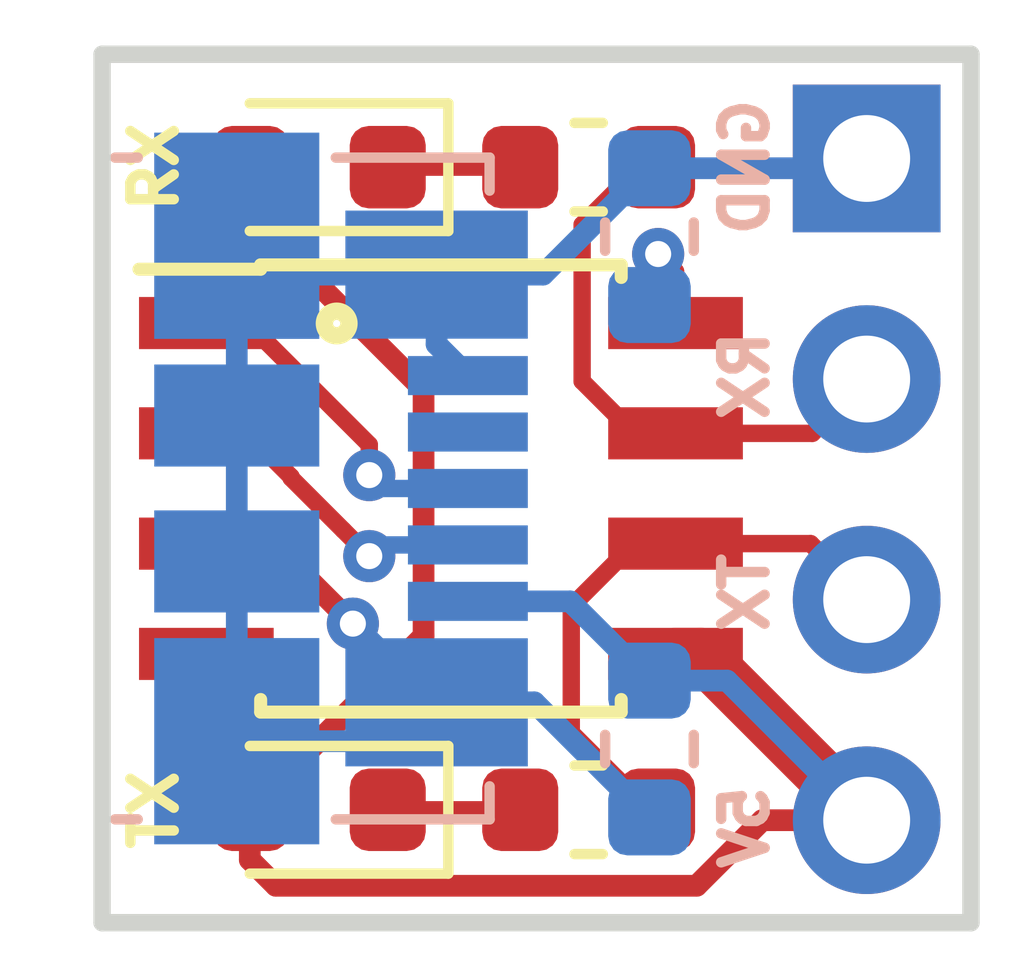
<source format=kicad_pcb>

(kicad_pcb
  (version 20171130)
  (host pcbnew "(5.1.12)-1")
  (general
    (thickness 1.6)
    (drawings 11)
    (tracks 70)
    (zones 0)
    (modules 9)
    (nets 12))
  (page A4)
  (layers
    (0 F.Cu signal)
    (31 B.Cu signal)
    (32 B.Adhes user hide)
    (33 F.Adhes user hide)
    (34 B.Paste user hide)
    (35 F.Paste user hide)
    (36 B.SilkS user hide)
    (37 F.SilkS user hide)
    (38 B.Mask user hide)
    (39 F.Mask user hide)
    (40 Dwgs.User user hide)
    (41 Cmts.User user hide)
    (42 Eco1.User user hide)
    (43 Eco2.User user hide)
    (44 Edge.Cuts user)
    (45 Margin user hide)
    (46 B.CrtYd user hide)
    (47 F.CrtYd user hide)
    (48 B.Fab user hide)
    (49 F.Fab user hide))
  (setup
    (last_trace_width 0.25)
    (user_trace_width 0.2)
    (user_trace_width 0.6)
    (user_trace_width 0.8)
    (trace_clearance 0.2)
    (zone_clearance 0.254)
    (zone_45_only no)
    (trace_min 0.2)
    (via_size 0.6)
    (via_drill 0.3)
    (via_min_size 0.3)
    (via_min_drill 0.3)
    (uvia_size 0.3)
    (uvia_drill 0.1)
    (uvias_allowed no)
    (uvia_min_size 0.2)
    (uvia_min_drill 0.1)
    (edge_width 0.15)
    (segment_width 0.2)
    (pcb_text_width 0.3)
    (pcb_text_size 1.5 1.5)
    (mod_edge_width 0.15)
    (mod_text_size 1 1)
    (mod_text_width 0.15)
    (pad_size 1.524 1.524)
    (pad_drill 0.762)
    (pad_to_mask_clearance 0.2)
    (aux_axis_origin 0 0)
    (visible_elements 7FFFFFFF)
    (pcbplotparams
      (layerselection 0x010f0_ffffffff)
      (usegerberextensions false)
      (usegerberattributes false)
      (usegerberadvancedattributes false)
      (creategerberjobfile false)
      (excludeedgelayer true)
      (linewidth 0.1)
      (plotframeref false)
      (viasonmask false)
      (mode 1)
      (useauxorigin false)
      (hpglpennumber 1)
      (hpglpenspeed 20)
      (hpglpendiameter 15.0)
      (psnegative false)
      (psa4output false)
      (plotreference true)
      (plotvalue true)
      (plotinvisibletext false)
      (padsonsilk false)
      (subtractmaskfromsilk false)
      (outputformat 1)
      (mirror false)
      (drillshape 0)
      (scaleselection 1)
      (outputdirectory "")))
  (net 0 "")
  (net 1 VBUS)
  (net 2 /D+)
  (net 3 /D-)
  (net 4 GND)
  (net 5 /RTS)
  (net 6 /TXD)
  (net 7 /RXD)
  (net 8 /V3)
  (net 9 "Net-(J1-Pad4)")
  (net 10 "Net-(D1-Pad1)")
  (net 11 "Net-(D2-Pad1)")
  (net_class Default "Dies ist die voreingestellte Netzklasse."
    (clearance 0.2)
    (trace_width 0.25)
    (via_dia 0.6)
    (via_drill 0.3)
    (uvia_dia 0.3)
    (uvia_drill 0.1)
    (add_net /D+)
    (add_net /D-)
    (add_net /RTS)
    (add_net /RXD)
    (add_net /TXD)
    (add_net /V3)
    (add_net GND)
    (add_net "Net-(D1-Pad1)")
    (add_net "Net-(D2-Pad1)")
    (add_net "Net-(J1-Pad4)")
    (add_net VBUS))
  (module otter:PinHeader_1x04_P2.54mm_Vertica_WITHOUT_SILK
    (layer F.Cu)
    (tedit 5BD76E23)
    (tstamp 5BEDEAAA)
    (at 193.8 76.2)
    (descr "Through hole straight pin header, 1x04, 2.54mm pitch, single row")
    (tags "Through hole pin header THT 1x04 2.54mm single row")
    (path /5BD7A3B0)
    (fp_text reference J2
      (at 0 -2.33)
      (layer F.SilkS) hide
      (effects
        (font
          (size 1 1)
          (thickness 0.15))))
    (fp_text value Conn_01x04_Female
      (at 0 9.95)
      (layer F.Fab)
      (effects
        (font
          (size 1 1)
          (thickness 0.15))))
    (fp_text user %R
      (at 0 3.81 90)
      (layer F.Fab)
      (effects
        (font
          (size 1 1)
          (thickness 0.15))))
    (fp_line
      (start 1.8 -1.8)
      (end -1.8 -1.8)
      (layer F.CrtYd)
      (width 0.05))
    (fp_line
      (start 1.8 9.4)
      (end 1.8 -1.8)
      (layer F.CrtYd)
      (width 0.05))
    (fp_line
      (start -1.8 9.4)
      (end 1.8 9.4)
      (layer F.CrtYd)
      (width 0.05))
    (fp_line
      (start -1.8 -1.8)
      (end -1.8 9.4)
      (layer F.CrtYd)
      (width 0.05))
    (fp_line
      (start -1.27 -0.635)
      (end -0.635 -1.27)
      (layer F.Fab)
      (width 0.1))
    (fp_line
      (start -1.27 8.89)
      (end -1.27 -0.635)
      (layer F.Fab)
      (width 0.1))
    (fp_line
      (start 1.27 8.89)
      (end -1.27 8.89)
      (layer F.Fab)
      (width 0.1))
    (fp_line
      (start 1.27 -1.27)
      (end 1.27 8.89)
      (layer F.Fab)
      (width 0.1))
    (fp_line
      (start -0.635 -1.27)
      (end 1.27 -1.27)
      (layer F.Fab)
      (width 0.1))
    (pad 1 thru_hole rect
      (at 0 0)
      (size 1.7 1.7)
      (drill 1)
      (layers *.Cu *.Mask)
      (net 4 GND))
    (pad 2 thru_hole oval
      (at 0 2.54)
      (size 1.7 1.7)
      (drill 1)
      (layers *.Cu *.Mask)
      (net 7 /RXD))
    (pad 3 thru_hole oval
      (at 0 5.08)
      (size 1.7 1.7)
      (drill 1)
      (layers *.Cu *.Mask)
      (net 6 /TXD))
    (pad 4 thru_hole oval
      (at 0 7.62)
      (size 1.7 1.7)
      (drill 1)
      (layers *.Cu *.Mask)
      (net 1 VBUS))
    (model ${KISYS3DMOD}/Connector_PinHeader_2.54mm.3dshapes/PinHeader_1x04_P2.54mm_Vertical.wrl
      (at
        (xyz 0 0 0))
      (scale
        (xyz 1 1 1))
      (rotate
        (xyz 0 0 0))))
  (module Capacitor_SMD:C_0603_1608Metric
    (layer B.Cu)
    (tedit 5BD76CA9)
    (tstamp 5BEDE679)
    (at 191.3 77.1 90)
    (descr "Capacitor SMD 0603 (1608 Metric), square (rectangular) end terminal, IPC_7351 nominal, (Body size source: http://www.tortai-tech.com/upload/download/2011102023233369053.pdf), generated with kicad-footprint-generator")
    (tags capacitor)
    (path /5BD79873)
    (attr smd)
    (fp_text reference C2
      (at 0 1.43 90)
      (layer B.SilkS) hide
      (effects
        (font
          (size 1 1)
          (thickness 0.15))
        (justify mirror)))
    (fp_text value 100n
      (at 0 -1.43 90)
      (layer B.Fab)
      (effects
        (font
          (size 1 1)
          (thickness 0.15))
        (justify mirror)))
    (fp_text user %R
      (at 0 0 90)
      (layer B.Fab)
      (effects
        (font
          (size 0.4 0.4)
          (thickness 0.06))
        (justify mirror)))
    (fp_line
      (start -0.8 -0.4)
      (end -0.8 0.4)
      (layer B.Fab)
      (width 0.1))
    (fp_line
      (start -0.8 0.4)
      (end 0.8 0.4)
      (layer B.Fab)
      (width 0.1))
    (fp_line
      (start 0.8 0.4)
      (end 0.8 -0.4)
      (layer B.Fab)
      (width 0.1))
    (fp_line
      (start 0.8 -0.4)
      (end -0.8 -0.4)
      (layer B.Fab)
      (width 0.1))
    (fp_line
      (start -0.162779 0.51)
      (end 0.162779 0.51)
      (layer B.SilkS)
      (width 0.12))
    (fp_line
      (start -0.162779 -0.51)
      (end 0.162779 -0.51)
      (layer B.SilkS)
      (width 0.12))
    (fp_line
      (start -1.48 -0.73)
      (end -1.48 0.73)
      (layer B.CrtYd)
      (width 0.05))
    (fp_line
      (start -1.48 0.73)
      (end 1.48 0.73)
      (layer B.CrtYd)
      (width 0.05))
    (fp_line
      (start 1.48 0.73)
      (end 1.48 -0.73)
      (layer B.CrtYd)
      (width 0.05))
    (fp_line
      (start 1.48 -0.73)
      (end -1.48 -0.73)
      (layer B.CrtYd)
      (width 0.05))
    (pad 2 smd roundrect
      (at 0.7875 0 90)
      (size 0.875 0.95)
      (layers B.Cu B.Paste B.Mask)
      (roundrect_rratio 0.25)
      (net 4 GND))
    (pad 1 smd roundrect
      (at -0.7875 0 90)
      (size 0.875 0.95)
      (layers B.Cu B.Paste B.Mask)
      (roundrect_rratio 0.25)
      (net 8 /V3))
    (model ${KISYS3DMOD}/Capacitor_SMD.3dshapes/C_0603_1608Metric.wrl
      (at
        (xyz 0 0 0))
      (scale
        (xyz 1 1 1))
      (rotate
        (xyz 0 0 0))))
  (module Capacitor_SMD:C_0603_1608Metric
    (layer B.Cu)
    (tedit 5BD76CAE)
    (tstamp 5BEDE668)
    (at 191.3 83 270)
    (descr "Capacitor SMD 0603 (1608 Metric), square (rectangular) end terminal, IPC_7351 nominal, (Body size source: http://www.tortai-tech.com/upload/download/2011102023233369053.pdf), generated with kicad-footprint-generator")
    (tags capacitor)
    (path /5BD798A8)
    (attr smd)
    (fp_text reference C1
      (at 0 1.43 270)
      (layer B.SilkS) hide
      (effects
        (font
          (size 1 1)
          (thickness 0.15))
        (justify mirror)))
    (fp_text value 100n
      (at 0 -1.43 270)
      (layer B.Fab)
      (effects
        (font
          (size 1 1)
          (thickness 0.15))
        (justify mirror)))
    (fp_text user %R
      (at 0 0 270)
      (layer B.Fab)
      (effects
        (font
          (size 0.4 0.4)
          (thickness 0.06))
        (justify mirror)))
    (fp_line
      (start 1.48 -0.73)
      (end -1.48 -0.73)
      (layer B.CrtYd)
      (width 0.05))
    (fp_line
      (start 1.48 0.73)
      (end 1.48 -0.73)
      (layer B.CrtYd)
      (width 0.05))
    (fp_line
      (start -1.48 0.73)
      (end 1.48 0.73)
      (layer B.CrtYd)
      (width 0.05))
    (fp_line
      (start -1.48 -0.73)
      (end -1.48 0.73)
      (layer B.CrtYd)
      (width 0.05))
    (fp_line
      (start -0.162779 -0.51)
      (end 0.162779 -0.51)
      (layer B.SilkS)
      (width 0.12))
    (fp_line
      (start -0.162779 0.51)
      (end 0.162779 0.51)
      (layer B.SilkS)
      (width 0.12))
    (fp_line
      (start 0.8 -0.4)
      (end -0.8 -0.4)
      (layer B.Fab)
      (width 0.1))
    (fp_line
      (start 0.8 0.4)
      (end 0.8 -0.4)
      (layer B.Fab)
      (width 0.1))
    (fp_line
      (start -0.8 0.4)
      (end 0.8 0.4)
      (layer B.Fab)
      (width 0.1))
    (fp_line
      (start -0.8 -0.4)
      (end -0.8 0.4)
      (layer B.Fab)
      (width 0.1))
    (pad 1 smd roundrect
      (at -0.7875 0 270)
      (size 0.875 0.95)
      (layers B.Cu B.Paste B.Mask)
      (roundrect_rratio 0.25)
      (net 1 VBUS))
    (pad 2 smd roundrect
      (at 0.7875 0 270)
      (size 0.875 0.95)
      (layers B.Cu B.Paste B.Mask)
      (roundrect_rratio 0.25)
      (net 4 GND))
    (model ${KISYS3DMOD}/Capacitor_SMD.3dshapes/C_0603_1608Metric.wrl
      (at
        (xyz 0 0 0))
      (scale
        (xyz 1 1 1))
      (rotate
        (xyz 0 0 0))))
  (module Connector_USB:USB_Micro-B_Molex_47346-0001
    (layer B.Cu)
    (tedit 5BD76CBA)
    (tstamp 5BEDE657)
    (at 187.75 80 90)
    (descr "Micro USB B receptable with flange, bottom-mount, SMD, right-angle (http://www.molex.com/pdm_docs/sd/473460001_sd.pdf)")
    (tags "Micro B USB SMD")
    (path /5BD78D06)
    (attr smd)
    (fp_text reference J1
      (at 0 3.3 270)
      (layer B.SilkS) hide
      (effects
        (font
          (size 1 1)
          (thickness 0.15))
        (justify mirror)))
    (fp_text value USB_B_Micro
      (at 0 -4.6 -90)
      (layer B.Fab)
      (effects
        (font
          (size 1 1)
          (thickness 0.15))
        (justify mirror)))
    (fp_text user "PCB Edge"
      (at 0 -2.67 -90)
      (layer Dwgs.User)
      (effects
        (font
          (size 0.4 0.4)
          (thickness 0.04))))
    (fp_text user %R
      (at 0 -1.2 90)
      (layer B.Fab)
      (effects
        (font
          (size 1 1)
          (thickness 0.15))
        (justify mirror)))
    (fp_line
      (start -3.25 -2.65)
      (end 3.25 -2.65)
      (layer B.Fab)
      (width 0.1))
    (fp_line
      (start -3.81 -2.6)
      (end -3.81 -2.34)
      (layer B.SilkS)
      (width 0.12))
    (fp_line
      (start -3.81 -0.06)
      (end -3.81 1.71)
      (layer B.SilkS)
      (width 0.12))
    (fp_line
      (start -3.81 1.71)
      (end -3.43 1.71)
      (layer B.SilkS)
      (width 0.12))
    (fp_line
      (start 3.81 1.71)
      (end 3.81 -0.06)
      (layer B.SilkS)
      (width 0.12))
    (fp_line
      (start 3.81 -2.34)
      (end 3.81 -2.6)
      (layer B.SilkS)
      (width 0.12))
    (fp_line
      (start -3.75 -3.35)
      (end -3.75 1.65)
      (layer B.Fab)
      (width 0.1))
    (fp_line
      (start -3.75 1.65)
      (end 3.75 1.65)
      (layer B.Fab)
      (width 0.1))
    (fp_line
      (start 3.75 1.65)
      (end 3.75 -3.35)
      (layer B.Fab)
      (width 0.1))
    (fp_line
      (start 3.75 -3.35)
      (end -3.75 -3.35)
      (layer B.Fab)
      (width 0.1))
    (fp_line
      (start -4.6 -3.9)
      (end -4.6 2.7)
      (layer B.CrtYd)
      (width 0.05))
    (fp_line
      (start -4.6 2.7)
      (end 4.6 2.7)
      (layer B.CrtYd)
      (width 0.05))
    (fp_line
      (start 4.6 2.7)
      (end 4.6 -3.9)
      (layer B.CrtYd)
      (width 0.05))
    (fp_line
      (start 4.6 -3.9)
      (end -4.6 -3.9)
      (layer B.CrtYd)
      (width 0.05))
    (fp_line
      (start 3.81 1.71)
      (end 3.43 1.71)
      (layer B.SilkS)
      (width 0.12))
    (pad 1 smd rect
      (at -1.3 1.46 90)
      (size 0.45 1.38)
      (layers B.Cu B.Paste B.Mask)
      (net 1 VBUS))
    (pad 2 smd rect
      (at -0.65 1.46 90)
      (size 0.45 1.38)
      (layers B.Cu B.Paste B.Mask)
      (net 3 /D-))
    (pad 3 smd rect
      (at 0 1.46 90)
      (size 0.45 1.38)
      (layers B.Cu B.Paste B.Mask)
      (net 2 /D+))
    (pad 4 smd rect
      (at 0.65 1.46 90)
      (size 0.45 1.38)
      (layers B.Cu B.Paste B.Mask)
      (net 9 "Net-(J1-Pad4)"))
    (pad 5 smd rect
      (at 1.3 1.46 90)
      (size 0.45 1.38)
      (layers B.Cu B.Paste B.Mask)
      (net 4 GND))
    (pad 6 smd rect
      (at -2.4625 1.1 90)
      (size 1.475 2.1)
      (layers B.Cu B.Paste B.Mask)
      (net 4 GND))
    (pad 6 smd rect
      (at 2.4625 1.1 90)
      (size 1.475 2.1)
      (layers B.Cu B.Paste B.Mask)
      (net 4 GND))
    (pad 6 smd rect
      (at -2.91 -1.2 90)
      (size 2.375 1.9)
      (layers B.Cu B.Paste B.Mask)
      (net 4 GND))
    (pad 6 smd rect
      (at 2.91 -1.2 90)
      (size 2.375 1.9)
      (layers B.Cu B.Paste B.Mask)
      (net 4 GND))
    (pad 6 smd rect
      (at -0.84 -1.2 90)
      (size 1.175 1.9)
      (layers B.Cu B.Paste B.Mask)
      (net 4 GND))
    (pad 6 smd rect
      (at 0.84 -1.2 90)
      (size 1.175 1.9)
      (layers B.Cu B.Paste B.Mask)
      (net 4 GND))
    (model ${KISYS3DMOD}/Connector_USB.3dshapes/USB_Micro-B_Molex_47346-0001.wrl
      (at
        (xyz 0 0 0))
      (scale
        (xyz 1 1 1))
      (rotate
        (xyz 0 0 0))))
  (module LED_SMD:LED_0603_1608Metric
    (layer F.Cu)
    (tedit 5BD76C95)
    (tstamp 5BEDE637)
    (at 187.5 76.3 180)
    (descr "LED SMD 0603 (1608 Metric), square (rectangular) end terminal, IPC_7351 nominal, (Body size source: http://www.tortai-tech.com/upload/download/2011102023233369053.pdf), generated with kicad-footprint-generator")
    (tags diode)
    (path /5BD79AA4)
    (attr smd)
    (fp_text reference D2
      (at 0 -1.43 180)
      (layer F.SilkS) hide
      (effects
        (font
          (size 1 1)
          (thickness 0.15))))
    (fp_text value LED
      (at 0 1.43 180)
      (layer F.Fab)
      (effects
        (font
          (size 1 1)
          (thickness 0.15))))
    (fp_text user %R
      (at 0 0 180)
      (layer F.Fab)
      (effects
        (font
          (size 0.4 0.4)
          (thickness 0.06))))
    (fp_line
      (start 0.8 -0.4)
      (end -0.5 -0.4)
      (layer F.Fab)
      (width 0.1))
    (fp_line
      (start -0.5 -0.4)
      (end -0.8 -0.1)
      (layer F.Fab)
      (width 0.1))
    (fp_line
      (start -0.8 -0.1)
      (end -0.8 0.4)
      (layer F.Fab)
      (width 0.1))
    (fp_line
      (start -0.8 0.4)
      (end 0.8 0.4)
      (layer F.Fab)
      (width 0.1))
    (fp_line
      (start 0.8 0.4)
      (end 0.8 -0.4)
      (layer F.Fab)
      (width 0.1))
    (fp_line
      (start 0.8 -0.735)
      (end -1.485 -0.735)
      (layer F.SilkS)
      (width 0.12))
    (fp_line
      (start -1.485 -0.735)
      (end -1.485 0.735)
      (layer F.SilkS)
      (width 0.12))
    (fp_line
      (start -1.485 0.735)
      (end 0.8 0.735)
      (layer F.SilkS)
      (width 0.12))
    (fp_line
      (start -1.48 0.73)
      (end -1.48 -0.73)
      (layer F.CrtYd)
      (width 0.05))
    (fp_line
      (start -1.48 -0.73)
      (end 1.48 -0.73)
      (layer F.CrtYd)
      (width 0.05))
    (fp_line
      (start 1.48 -0.73)
      (end 1.48 0.73)
      (layer F.CrtYd)
      (width 0.05))
    (fp_line
      (start 1.48 0.73)
      (end -1.48 0.73)
      (layer F.CrtYd)
      (width 0.05))
    (pad 2 smd roundrect
      (at 0.7875 0 180)
      (size 0.875 0.95)
      (layers F.Cu F.Paste F.Mask)
      (roundrect_rratio 0.25)
      (net 1 VBUS))
    (pad 1 smd roundrect
      (at -0.7875 0 180)
      (size 0.875 0.95)
      (layers F.Cu F.Paste F.Mask)
      (roundrect_rratio 0.25)
      (net 11 "Net-(D2-Pad1)"))
    (model ${KISYS3DMOD}/LED_SMD.3dshapes/LED_0603_1608Metric.wrl
      (at
        (xyz 0 0 0))
      (scale
        (xyz 1 1 1))
      (rotate
        (xyz 0 0 0))))
  (module LED_SMD:LED_0603_1608Metric
    (layer F.Cu)
    (tedit 5BD76C7A)
    (tstamp 5BEDE624)
    (at 187.5 83.7 180)
    (descr "LED SMD 0603 (1608 Metric), square (rectangular) end terminal, IPC_7351 nominal, (Body size source: http://www.tortai-tech.com/upload/download/2011102023233369053.pdf), generated with kicad-footprint-generator")
    (tags diode)
    (path /5BD79A4F)
    (attr smd)
    (fp_text reference D1
      (at 0 -1.43 180)
      (layer F.SilkS) hide
      (effects
        (font
          (size 1 1)
          (thickness 0.15))))
    (fp_text value LED
      (at 0 1.43 180)
      (layer F.Fab)
      (effects
        (font
          (size 1 1)
          (thickness 0.15))))
    (fp_text user %R
      (at 0 0 180)
      (layer F.Fab)
      (effects
        (font
          (size 0.4 0.4)
          (thickness 0.06))))
    (fp_line
      (start 1.48 0.73)
      (end -1.48 0.73)
      (layer F.CrtYd)
      (width 0.05))
    (fp_line
      (start 1.48 -0.73)
      (end 1.48 0.73)
      (layer F.CrtYd)
      (width 0.05))
    (fp_line
      (start -1.48 -0.73)
      (end 1.48 -0.73)
      (layer F.CrtYd)
      (width 0.05))
    (fp_line
      (start -1.48 0.73)
      (end -1.48 -0.73)
      (layer F.CrtYd)
      (width 0.05))
    (fp_line
      (start -1.485 0.735)
      (end 0.8 0.735)
      (layer F.SilkS)
      (width 0.12))
    (fp_line
      (start -1.485 -0.735)
      (end -1.485 0.735)
      (layer F.SilkS)
      (width 0.12))
    (fp_line
      (start 0.8 -0.735)
      (end -1.485 -0.735)
      (layer F.SilkS)
      (width 0.12))
    (fp_line
      (start 0.8 0.4)
      (end 0.8 -0.4)
      (layer F.Fab)
      (width 0.1))
    (fp_line
      (start -0.8 0.4)
      (end 0.8 0.4)
      (layer F.Fab)
      (width 0.1))
    (fp_line
      (start -0.8 -0.1)
      (end -0.8 0.4)
      (layer F.Fab)
      (width 0.1))
    (fp_line
      (start -0.5 -0.4)
      (end -0.8 -0.1)
      (layer F.Fab)
      (width 0.1))
    (fp_line
      (start 0.8 -0.4)
      (end -0.5 -0.4)
      (layer F.Fab)
      (width 0.1))
    (pad 1 smd roundrect
      (at -0.7875 0 180)
      (size 0.875 0.95)
      (layers F.Cu F.Paste F.Mask)
      (roundrect_rratio 0.25)
      (net 10 "Net-(D1-Pad1)"))
    (pad 2 smd roundrect
      (at 0.7875 0 180)
      (size 0.875 0.95)
      (layers F.Cu F.Paste F.Mask)
      (roundrect_rratio 0.25)
      (net 1 VBUS))
    (model ${KISYS3DMOD}/LED_SMD.3dshapes/LED_0603_1608Metric.wrl
      (at
        (xyz 0 0 0))
      (scale
        (xyz 1 1 1))
      (rotate
        (xyz 0 0 0))))
  (module Package_SO:SOIC-8_3.9x4.9mm_P1.27mm
    (layer F.Cu)
    (tedit 5BD76CA1)
    (tstamp 5BEDE611)
    (at 188.9 80)
    (descr "8-Lead Plastic Small Outline (SN) - Narrow, 3.90 mm Body [SOIC] (see Microchip Packaging Specification 00000049BS.pdf)")
    (tags "SOIC 1.27")
    (path /5BD7958F)
    (attr smd)
    (fp_text reference U1
      (at 0 -3.5)
      (layer F.SilkS) hide
      (effects
        (font
          (size 1 1)
          (thickness 0.15))))
    (fp_text value CH330
      (at 0 3.5)
      (layer F.Fab)
      (effects
        (font
          (size 1 1)
          (thickness 0.15))))
    (fp_text user %R
      (at 0 0)
      (layer F.Fab)
      (effects
        (font
          (size 1 1)
          (thickness 0.15))))
    (fp_line
      (start -2.075 -2.525)
      (end -3.475 -2.525)
      (layer F.SilkS)
      (width 0.15))
    (fp_line
      (start -2.075 2.575)
      (end 2.075 2.575)
      (layer F.SilkS)
      (width 0.15))
    (fp_line
      (start -2.075 -2.575)
      (end 2.075 -2.575)
      (layer F.SilkS)
      (width 0.15))
    (fp_line
      (start -2.075 2.575)
      (end -2.075 2.43)
      (layer F.SilkS)
      (width 0.15))
    (fp_line
      (start 2.075 2.575)
      (end 2.075 2.43)
      (layer F.SilkS)
      (width 0.15))
    (fp_line
      (start 2.075 -2.575)
      (end 2.075 -2.43)
      (layer F.SilkS)
      (width 0.15))
    (fp_line
      (start -2.075 -2.575)
      (end -2.075 -2.525)
      (layer F.SilkS)
      (width 0.15))
    (fp_line
      (start -3.73 2.7)
      (end 3.73 2.7)
      (layer F.CrtYd)
      (width 0.05))
    (fp_line
      (start -3.73 -2.7)
      (end 3.73 -2.7)
      (layer F.CrtYd)
      (width 0.05))
    (fp_line
      (start 3.73 -2.7)
      (end 3.73 2.7)
      (layer F.CrtYd)
      (width 0.05))
    (fp_line
      (start -3.73 -2.7)
      (end -3.73 2.7)
      (layer F.CrtYd)
      (width 0.05))
    (fp_line
      (start -1.95 -1.45)
      (end -0.95 -2.45)
      (layer F.Fab)
      (width 0.1))
    (fp_line
      (start -1.95 2.45)
      (end -1.95 -1.45)
      (layer F.Fab)
      (width 0.1))
    (fp_line
      (start 1.95 2.45)
      (end -1.95 2.45)
      (layer F.Fab)
      (width 0.1))
    (fp_line
      (start 1.95 -2.45)
      (end 1.95 2.45)
      (layer F.Fab)
      (width 0.1))
    (fp_line
      (start -0.95 -2.45)
      (end 1.95 -2.45)
      (layer F.Fab)
      (width 0.1))
    (pad 1 smd rect
      (at -2.7 -1.905)
      (size 1.55 0.6)
      (layers F.Cu F.Paste F.Mask)
      (net 2 /D+))
    (pad 2 smd rect
      (at -2.7 -0.635)
      (size 1.55 0.6)
      (layers F.Cu F.Paste F.Mask)
      (net 3 /D-))
    (pad 3 smd rect
      (at -2.7 0.635)
      (size 1.55 0.6)
      (layers F.Cu F.Paste F.Mask)
      (net 4 GND))
    (pad 4 smd rect
      (at -2.7 1.905)
      (size 1.55 0.6)
      (layers F.Cu F.Paste F.Mask)
      (net 5 /RTS))
    (pad 5 smd rect
      (at 2.7 1.905)
      (size 1.55 0.6)
      (layers F.Cu F.Paste F.Mask)
      (net 1 VBUS))
    (pad 6 smd rect
      (at 2.7 0.635)
      (size 1.55 0.6)
      (layers F.Cu F.Paste F.Mask)
      (net 6 /TXD))
    (pad 7 smd rect
      (at 2.7 -0.635)
      (size 1.55 0.6)
      (layers F.Cu F.Paste F.Mask)
      (net 7 /RXD))
    (pad 8 smd rect
      (at 2.7 -1.905)
      (size 1.55 0.6)
      (layers F.Cu F.Paste F.Mask)
      (net 8 /V3))
    (model ${KISYS3DMOD}/Package_SO.3dshapes/SOIC-8_3.9x4.9mm_P1.27mm.wrl
      (at
        (xyz 0 0 0))
      (scale
        (xyz 1 1 1))
      (rotate
        (xyz 0 0 0))))
  (module Resistor_SMD:R_0603_1608Metric
    (layer F.Cu)
    (tedit 5BD76C9A)
    (tstamp 5BEDE5F4)
    (at 190.6 76.3)
    (descr "Resistor SMD 0603 (1608 Metric), square (rectangular) end terminal, IPC_7351 nominal, (Body size source: http://www.tortai-tech.com/upload/download/2011102023233369053.pdf), generated with kicad-footprint-generator")
    (tags resistor)
    (path /5BD79C11)
    (attr smd)
    (fp_text reference R2
      (at 0 -1.43)
      (layer F.SilkS) hide
      (effects
        (font
          (size 1 1)
          (thickness 0.15))))
    (fp_text value 220
      (at 0 1.43)
      (layer F.Fab)
      (effects
        (font
          (size 1 1)
          (thickness 0.15))))
    (fp_text user %R
      (at 0 0)
      (layer F.Fab)
      (effects
        (font
          (size 0.4 0.4)
          (thickness 0.06))))
    (fp_line
      (start -0.8 0.4)
      (end -0.8 -0.4)
      (layer F.Fab)
      (width 0.1))
    (fp_line
      (start -0.8 -0.4)
      (end 0.8 -0.4)
      (layer F.Fab)
      (width 0.1))
    (fp_line
      (start 0.8 -0.4)
      (end 0.8 0.4)
      (layer F.Fab)
      (width 0.1))
    (fp_line
      (start 0.8 0.4)
      (end -0.8 0.4)
      (layer F.Fab)
      (width 0.1))
    (fp_line
      (start -0.162779 -0.51)
      (end 0.162779 -0.51)
      (layer F.SilkS)
      (width 0.12))
    (fp_line
      (start -0.162779 0.51)
      (end 0.162779 0.51)
      (layer F.SilkS)
      (width 0.12))
    (fp_line
      (start -1.48 0.73)
      (end -1.48 -0.73)
      (layer F.CrtYd)
      (width 0.05))
    (fp_line
      (start -1.48 -0.73)
      (end 1.48 -0.73)
      (layer F.CrtYd)
      (width 0.05))
    (fp_line
      (start 1.48 -0.73)
      (end 1.48 0.73)
      (layer F.CrtYd)
      (width 0.05))
    (fp_line
      (start 1.48 0.73)
      (end -1.48 0.73)
      (layer F.CrtYd)
      (width 0.05))
    (pad 2 smd roundrect
      (at 0.7875 0)
      (size 0.875 0.95)
      (layers F.Cu F.Paste F.Mask)
      (roundrect_rratio 0.25)
      (net 7 /RXD))
    (pad 1 smd roundrect
      (at -0.7875 0)
      (size 0.875 0.95)
      (layers F.Cu F.Paste F.Mask)
      (roundrect_rratio 0.25)
      (net 11 "Net-(D2-Pad1)"))
    (model ${KISYS3DMOD}/Resistor_SMD.3dshapes/R_0603_1608Metric.wrl
      (at
        (xyz 0 0 0))
      (scale
        (xyz 1 1 1))
      (rotate
        (xyz 0 0 0))))
  (module Resistor_SMD:R_0603_1608Metric
    (layer F.Cu)
    (tedit 5BD76C90)
    (tstamp 5BEDE5E3)
    (at 190.6 83.7)
    (descr "Resistor SMD 0603 (1608 Metric), square (rectangular) end terminal, IPC_7351 nominal, (Body size source: http://www.tortai-tech.com/upload/download/2011102023233369053.pdf), generated with kicad-footprint-generator")
    (tags resistor)
    (path /5BD79BD2)
    (attr smd)
    (fp_text reference R1
      (at 0 -1.43)
      (layer F.SilkS) hide
      (effects
        (font
          (size 1 1)
          (thickness 0.15))))
    (fp_text value 220
      (at 0 1.43)
      (layer F.Fab)
      (effects
        (font
          (size 1 1)
          (thickness 0.15))))
    (fp_text user %R
      (at 0 0)
      (layer F.Fab)
      (effects
        (font
          (size 0.4 0.4)
          (thickness 0.06))))
    (fp_line
      (start 1.48 0.73)
      (end -1.48 0.73)
      (layer F.CrtYd)
      (width 0.05))
    (fp_line
      (start 1.48 -0.73)
      (end 1.48 0.73)
      (layer F.CrtYd)
      (width 0.05))
    (fp_line
      (start -1.48 -0.73)
      (end 1.48 -0.73)
      (layer F.CrtYd)
      (width 0.05))
    (fp_line
      (start -1.48 0.73)
      (end -1.48 -0.73)
      (layer F.CrtYd)
      (width 0.05))
    (fp_line
      (start -0.162779 0.51)
      (end 0.162779 0.51)
      (layer F.SilkS)
      (width 0.12))
    (fp_line
      (start -0.162779 -0.51)
      (end 0.162779 -0.51)
      (layer F.SilkS)
      (width 0.12))
    (fp_line
      (start 0.8 0.4)
      (end -0.8 0.4)
      (layer F.Fab)
      (width 0.1))
    (fp_line
      (start 0.8 -0.4)
      (end 0.8 0.4)
      (layer F.Fab)
      (width 0.1))
    (fp_line
      (start -0.8 -0.4)
      (end 0.8 -0.4)
      (layer F.Fab)
      (width 0.1))
    (fp_line
      (start -0.8 0.4)
      (end -0.8 -0.4)
      (layer F.Fab)
      (width 0.1))
    (pad 1 smd roundrect
      (at -0.7875 0)
      (size 0.875 0.95)
      (layers F.Cu F.Paste F.Mask)
      (roundrect_rratio 0.25)
      (net 10 "Net-(D1-Pad1)"))
    (pad 2 smd roundrect
      (at 0.7875 0)
      (size 0.875 0.95)
      (layers F.Cu F.Paste F.Mask)
      (roundrect_rratio 0.25)
      (net 6 /TXD))
    (model ${KISYS3DMOD}/Resistor_SMD.3dshapes/R_0603_1608Metric.wrl
      (at
        (xyz 0 0 0))
      (scale
        (xyz 1 1 1))
      (rotate
        (xyz 0 0 0))))
  (gr_text TX
    (at 192.4 81.2 90)
    (layer B.SilkS)
    (effects
      (font
        (size 0.5 0.5)
        (thickness 0.12))
      (justify mirror)))
  (gr_text RX
    (at 192.4 78.7 90)
    (layer B.SilkS)
    (effects
      (font
        (size 0.5 0.5)
        (thickness 0.12))
      (justify mirror)))
  (gr_text GND
    (at 192.4 76.3 90)
    (layer B.SilkS)
    (effects
      (font
        (size 0.5 0.5)
        (thickness 0.12))
      (justify mirror)))
  (gr_text 5V
    (at 192.4 83.9 90)
    (layer B.SilkS)
    (effects
      (font
        (size 0.5 0.5)
        (thickness 0.12))
      (justify mirror)))
  (gr_text RX
    (at 185.6 76.3 90)
    (layer F.SilkS)
    (effects
      (font
        (size 0.5 0.5)
        (thickness 0.12))))
  (gr_text TX
    (at 185.6 83.7 90)
    (layer F.SilkS)
    (effects
      (font
        (size 0.5 0.5)
        (thickness 0.12))))
  (gr_circle
    (center 187.7 78.1)
    (end 187.8 78.2)
    (layer F.SilkS)
    (width 0.2))
  (gr_line
    (start 195 75)
    (end 195 85)
    (layer Edge.Cuts)
    (width 0.2))
  (gr_line
    (start 185 75)
    (end 195 75)
    (layer Edge.Cuts)
    (width 0.2))
  (gr_line
    (start 185 85)
    (end 185 75)
    (layer Edge.Cuts)
    (width 0.2))
  (gr_line
    (start 195 85)
    (end 185 85)
    (layer Edge.Cuts)
    (width 0.2))
  (segment
    (start 191.885 81.905)
    (end 193.8 83.82)
    (width 0.6)
    (layer F.Cu)
    (net 1))
  (segment
    (start 191.6 81.905)
    (end 191.885 81.905)
    (width 0.6)
    (layer F.Cu)
    (net 1))
  (segment
    (start 191.842929 84.57499)
    (end 192.597919 83.82)
    (width 0.25)
    (layer F.Cu)
    (net 1))
  (segment
    (start 186.99999 84.57499)
    (end 191.842929 84.57499)
    (width 0.25)
    (layer F.Cu)
    (net 1))
  (segment
    (start 186.7 84.275)
    (end 186.99999 84.57499)
    (width 0.25)
    (layer F.Cu)
    (net 1))
  (segment
    (start 188.7 78.8625)
    (end 188.7 81.7)
    (width 0.25)
    (layer F.Cu)
    (net 1))
  (segment
    (start 186.7 83.7)
    (end 186.7 84.275)
    (width 0.25)
    (layer F.Cu)
    (net 1))
  (segment
    (start 186.7125 76.3)
    (end 186.7125 76.875)
    (width 0.25)
    (layer F.Cu)
    (net 1))
  (segment
    (start 192.597919 83.82)
    (end 193.8 83.82)
    (width 0.25)
    (layer F.Cu)
    (net 1))
  (segment
    (start 188.7 81.7)
    (end 186.7 83.7)
    (width 0.25)
    (layer F.Cu)
    (net 1))
  (segment
    (start 186.7125 76.875)
    (end 188.7 78.8625)
    (width 0.25)
    (layer F.Cu)
    (net 1))
  (segment
    (start 192.1925 82.2125)
    (end 193.8 83.82)
    (width 0.25)
    (layer B.Cu)
    (net 1))
  (segment
    (start 191.3 82.2125)
    (end 192.1925 82.2125)
    (width 0.25)
    (layer B.Cu)
    (net 1))
  (segment
    (start 190.3875 81.3)
    (end 191.3 82.2125)
    (width 0.25)
    (layer B.Cu)
    (net 1))
  (segment
    (start 189.21 81.3)
    (end 190.3875 81.3)
    (width 0.25)
    (layer B.Cu)
    (net 1))
  (segment
    (start 186.675 78.095)
    (end 188.07499 79.49499)
    (width 0.2)
    (layer F.Cu)
    (net 2))
  (segment
    (start 189.21 80)
    (end 188.229211 80)
    (width 0.2)
    (layer B.Cu)
    (net 2))
  (segment
    (start 188.229211 80)
    (end 188.07499 79.845779)
    (width 0.2)
    (layer B.Cu)
    (net 2))
  (segment
    (start 186.2 78.095)
    (end 186.675 78.095)
    (width 0.2)
    (layer F.Cu)
    (net 2))
  (segment
    (start 188.07499 79.49499)
    (end 188.07499 79.845779)
    (width 0.2)
    (layer F.Cu)
    (net 2))
  (segment
    (start 187.774991 80.478908)
    (end 188.07499 80.778907)
    (width 0.2)
    (layer F.Cu)
    (net 3))
  (segment
    (start 189.21 80.65)
    (end 188.203897 80.65)
    (width 0.2)
    (layer B.Cu)
    (net 3))
  (segment
    (start 186.675 79.365)
    (end 187.175 79.865)
    (width 0.2)
    (layer F.Cu)
    (net 3))
  (segment
    (start 187.175 79.865)
    (end 187.175 79.878917)
    (width 0.2)
    (layer F.Cu)
    (net 3))
  (segment
    (start 187.175 79.878917)
    (end 187.774991 80.478908)
    (width 0.2)
    (layer F.Cu)
    (net 3))
  (segment
    (start 186.2 79.365)
    (end 186.675 79.365)
    (width 0.2)
    (layer F.Cu)
    (net 3))
  (segment
    (start 188.203897 80.65)
    (end 188.07499 80.778907)
    (width 0.2)
    (layer B.Cu)
    (net 3))
  (segment
    (start 188.85 78.34)
    (end 189.21 78.7)
    (width 0.25)
    (layer B.Cu)
    (net 4))
  (segment
    (start 188.85 77.5375)
    (end 188.85 78.34)
    (width 0.25)
    (layer B.Cu)
    (net 4))
  (segment
    (start 186.9975 77.5375)
    (end 186.55 77.09)
    (width 0.25)
    (layer B.Cu)
    (net 4))
  (segment
    (start 188.85 77.5375)
    (end 186.9975 77.5375)
    (width 0.25)
    (layer B.Cu)
    (net 4))
  (segment
    (start 186.55 77.09)
    (end 186.55 79.16)
    (width 0.25)
    (layer B.Cu)
    (net 4))
  (segment
    (start 186.55 79.16)
    (end 186.55 80.84)
    (width 0.25)
    (layer B.Cu)
    (net 4))
  (segment
    (start 186.55 80.84)
    (end 186.55 82.91)
    (width 0.25)
    (layer B.Cu)
    (net 4))
  (segment
    (start 188.4025 82.91)
    (end 188.85 82.4625)
    (width 0.25)
    (layer B.Cu)
    (net 4))
  (segment
    (start 186.55 82.91)
    (end 188.4025 82.91)
    (width 0.25)
    (layer B.Cu)
    (net 4))
  (segment
    (start 188.79247 82.4625)
    (end 187.886325 81.556355)
    (width 0.25)
    (layer B.Cu)
    (net 4))
  (segment
    (start 188.85 82.4625)
    (end 188.79247 82.4625)
    (width 0.25)
    (layer B.Cu)
    (net 4))
  (segment
    (start 189.975 82.4625)
    (end 191.3 83.7875)
    (width 0.25)
    (layer B.Cu)
    (net 4))
  (segment
    (start 188.85 82.4625)
    (end 189.975 82.4625)
    (width 0.25)
    (layer B.Cu)
    (net 4))
  (segment
    (start 190.075 77.5375)
    (end 191.3 76.3125)
    (width 0.25)
    (layer B.Cu)
    (net 4))
  (segment
    (start 188.85 77.5375)
    (end 190.075 77.5375)
    (width 0.25)
    (layer B.Cu)
    (net 4))
  (segment
    (start 193.6875 76.3125)
    (end 193.8 76.2)
    (width 0.25)
    (layer B.Cu)
    (net 4))
  (segment
    (start 191.3 76.3125)
    (end 193.6875 76.3125)
    (width 0.25)
    (layer B.Cu)
    (net 4))
  (segment
    (start 186.96497 80.635)
    (end 186.2 80.635)
    (width 0.25)
    (layer F.Cu)
    (net 4))
  (segment
    (start 187.886325 81.556355)
    (end 186.96497 80.635)
    (width 0.25)
    (layer F.Cu)
    (net 4))
  (segment
    (start 193.155 80.635)
    (end 193.8 81.28)
    (width 0.2)
    (layer F.Cu)
    (net 6))
  (segment
    (start 191.6 80.635)
    (end 193.155 80.635)
    (width 0.2)
    (layer F.Cu)
    (net 6))
  (segment
    (start 190.925888 83.338388)
    (end 191.3875 83.8)
    (width 0.2)
    (layer F.Cu)
    (net 6))
  (segment
    (start 190.4 82.8125)
    (end 190.925888 83.338388)
    (width 0.2)
    (layer F.Cu)
    (net 6))
  (segment
    (start 191.6 80.635)
    (end 191.125 80.635)
    (width 0.2)
    (layer F.Cu)
    (net 6))
  (segment
    (start 190.4 81.36)
    (end 190.4 82.8125)
    (width 0.2)
    (layer F.Cu)
    (net 6))
  (segment
    (start 191.125 80.635)
    (end 190.4 81.36)
    (width 0.2)
    (layer F.Cu)
    (net 6))
  (segment
    (start 193.175 79.365)
    (end 193.8 78.74)
    (width 0.2)
    (layer F.Cu)
    (net 7))
  (segment
    (start 191.6 79.365)
    (end 193.175 79.365)
    (width 0.2)
    (layer F.Cu)
    (net 7))
  (segment
    (start 190.925888 76.561612)
    (end 191.3875 76.1)
    (width 0.2)
    (layer F.Cu)
    (net 7))
  (segment
    (start 190.524999 78.764999)
    (end 190.524999 76.962501)
    (width 0.2)
    (layer F.Cu)
    (net 7))
  (segment
    (start 190.524999 76.962501)
    (end 190.925888 76.561612)
    (width 0.2)
    (layer F.Cu)
    (net 7))
  (segment
    (start 191.125 79.365)
    (end 190.524999 78.764999)
    (width 0.2)
    (layer F.Cu)
    (net 7))
  (segment
    (start 191.6 79.365)
    (end 191.125 79.365)
    (width 0.2)
    (layer F.Cu)
    (net 7))
  (segment
    (start 191.6 78.095)
    (end 191.6 77.5)
    (width 0.2)
    (layer F.Cu)
    (net 8))
  (segment
    (start 191.6 77.5)
    (end 191.4 77.3)
    (width 0.2)
    (layer F.Cu)
    (net 8))
  (segment
    (start 191.4 77.7875)
    (end 191.3 77.8875)
    (width 0.2)
    (layer B.Cu)
    (net 8))
  (segment
    (start 191.4 77.3)
    (end 191.4 77.7875)
    (width 0.2)
    (layer B.Cu)
    (net 8))
  (segment
    (start 189.8125 83.7)
    (end 188.275 83.7)
    (width 0.2)
    (layer F.Cu)
    (net 10))
  (segment
    (start 188.2875 76.3)
    (end 189.8125 76.3)
    (width 0.2)
    (layer F.Cu)
    (net 11))
  (via
    (at 188.07499 79.845779)
    (size 0.6)
    (drill 0.3)
    (layers F.Cu B.Cu)
    (net 2))
  (via
    (at 188.07499 80.778907)
    (size 0.6)
    (drill 0.3)
    (layers F.Cu B.Cu)
    (net 3))
  (via
    (at 187.886325 81.556355)
    (size 0.6)
    (drill 0.3)
    (layers F.Cu B.Cu)
    (net 4))
  (via
    (at 191.4 77.3)
    (size 0.6)
    (drill 0.3)
    (layers F.Cu B.Cu)
    (net 8)))
</source>
